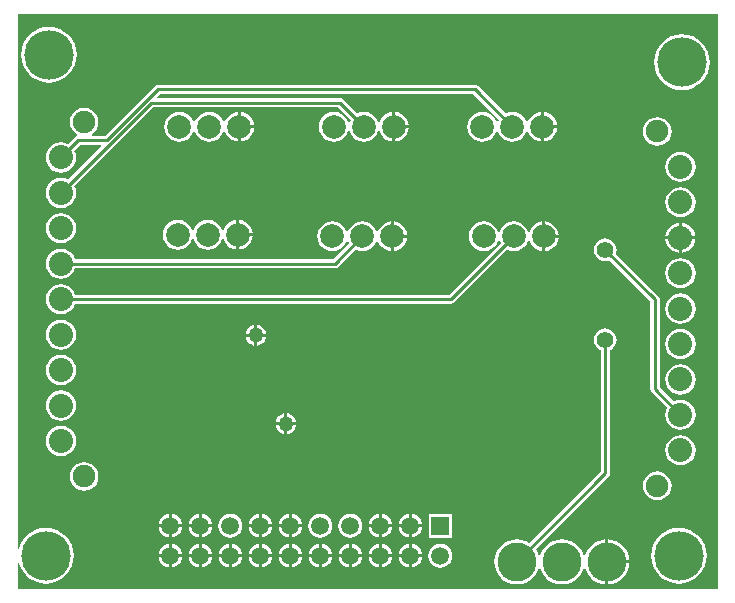
<source format=gbl>
G04*
G04 #@! TF.GenerationSoftware,Altium Limited,Altium Designer,19.1.5 (86)*
G04*
G04 Layer_Physical_Order=2*
G04 Layer_Color=16711680*
%FSLAX25Y25*%
%MOIN*%
G70*
G01*
G75*
%ADD10C,0.01000*%
%ADD37C,0.07874*%
%ADD38C,0.13000*%
%ADD39C,0.16500*%
%ADD40C,0.05906*%
%ADD41R,0.05906X0.05906*%
%ADD42C,0.05512*%
%ADD43C,0.07500*%
%ADD44C,0.08000*%
%ADD45C,0.05000*%
G36*
X234971Y1529D02*
X1529D01*
Y10133D01*
X2029Y10207D01*
X2413Y8943D01*
X3272Y7336D01*
X4428Y5928D01*
X5836Y4772D01*
X7443Y3913D01*
X9187Y3384D01*
X11000Y3205D01*
X12813Y3384D01*
X14557Y3913D01*
X16164Y4772D01*
X17572Y5928D01*
X18728Y7336D01*
X19587Y8943D01*
X20116Y10687D01*
X20295Y12500D01*
X20116Y14313D01*
X19587Y16057D01*
X18728Y17664D01*
X17572Y19072D01*
X16164Y20228D01*
X14557Y21087D01*
X12813Y21616D01*
X11000Y21795D01*
X9187Y21616D01*
X7443Y21087D01*
X5836Y20228D01*
X4428Y19072D01*
X3272Y17664D01*
X2413Y16057D01*
X2029Y14793D01*
X1529Y14867D01*
Y192971D01*
X234971D01*
Y1529D01*
D02*
G37*
%LPC*%
G36*
X12000Y188795D02*
X10187Y188616D01*
X8443Y188087D01*
X6836Y187228D01*
X5428Y186072D01*
X4272Y184664D01*
X3413Y183057D01*
X2884Y181313D01*
X2705Y179500D01*
X2884Y177687D01*
X3413Y175943D01*
X4272Y174336D01*
X5428Y172928D01*
X6836Y171772D01*
X8443Y170913D01*
X10187Y170384D01*
X12000Y170205D01*
X13813Y170384D01*
X15557Y170913D01*
X17164Y171772D01*
X18572Y172928D01*
X19728Y174336D01*
X20587Y175943D01*
X21116Y177687D01*
X21295Y179500D01*
X21116Y181313D01*
X20587Y183057D01*
X19728Y184664D01*
X18572Y186072D01*
X17164Y187228D01*
X15557Y188087D01*
X13813Y188616D01*
X12000Y188795D01*
D02*
G37*
G36*
X223000Y186295D02*
X221187Y186116D01*
X219443Y185587D01*
X217836Y184728D01*
X216428Y183572D01*
X215272Y182164D01*
X214413Y180557D01*
X213884Y178813D01*
X213705Y177000D01*
X213884Y175187D01*
X214413Y173443D01*
X215272Y171836D01*
X216428Y170428D01*
X217836Y169272D01*
X219443Y168413D01*
X221187Y167884D01*
X223000Y167705D01*
X224813Y167884D01*
X226557Y168413D01*
X228164Y169272D01*
X229572Y170428D01*
X230728Y171836D01*
X231587Y173443D01*
X232116Y175187D01*
X232295Y177000D01*
X232116Y178813D01*
X231587Y180557D01*
X230728Y182164D01*
X229572Y183572D01*
X228164Y184728D01*
X226557Y185587D01*
X224813Y186116D01*
X223000Y186295D01*
D02*
G37*
G36*
X154000Y169529D02*
X48304D01*
X47719Y169413D01*
X47223Y169081D01*
X30671Y152529D01*
X26443D01*
X26273Y153029D01*
X27104Y153667D01*
X27866Y154660D01*
X28344Y155815D01*
X28508Y157055D01*
X28344Y158295D01*
X27866Y159451D01*
X27104Y160443D01*
X26112Y161204D01*
X24957Y161683D01*
X23717Y161846D01*
X22477Y161683D01*
X21321Y161204D01*
X20329Y160443D01*
X19568Y159451D01*
X19089Y158295D01*
X18926Y157055D01*
X19089Y155815D01*
X19568Y154660D01*
X20329Y153667D01*
X21273Y152943D01*
X21279Y152745D01*
X21194Y152418D01*
X21171Y152413D01*
X20675Y152081D01*
X18297Y149704D01*
X17305Y150115D01*
X16000Y150287D01*
X14695Y150115D01*
X13478Y149611D01*
X12434Y148810D01*
X11632Y147766D01*
X11129Y146549D01*
X10957Y145244D01*
X11129Y143939D01*
X11632Y142722D01*
X12434Y141678D01*
X13478Y140876D01*
X14695Y140373D01*
X16000Y140201D01*
X17305Y140373D01*
X18522Y140876D01*
X19566Y141678D01*
X20368Y142722D01*
X20871Y143939D01*
X21043Y145244D01*
X20871Y146549D01*
X20460Y147541D01*
X22389Y149471D01*
X29221D01*
X29413Y149009D01*
X18297Y137893D01*
X17305Y138304D01*
X16000Y138476D01*
X14695Y138304D01*
X13478Y137801D01*
X12434Y136999D01*
X11632Y135955D01*
X11129Y134738D01*
X10957Y133433D01*
X11129Y132128D01*
X11632Y130911D01*
X12434Y129867D01*
X13478Y129066D01*
X14695Y128562D01*
X16000Y128390D01*
X17305Y128562D01*
X18522Y129066D01*
X19566Y129867D01*
X20368Y130911D01*
X20871Y132128D01*
X21043Y133433D01*
X20871Y134738D01*
X20460Y135730D01*
X46701Y161971D01*
X108367D01*
X112588Y157749D01*
X112271Y156983D01*
X111729D01*
X111312Y157990D01*
X110521Y159021D01*
X109490Y159812D01*
X108289Y160310D01*
X107000Y160480D01*
X105711Y160310D01*
X104510Y159812D01*
X103479Y159021D01*
X102688Y157990D01*
X102190Y156789D01*
X102020Y155500D01*
X102190Y154211D01*
X102688Y153010D01*
X103479Y151979D01*
X104510Y151188D01*
X105711Y150690D01*
X107000Y150520D01*
X108289Y150690D01*
X109490Y151188D01*
X110521Y151979D01*
X111312Y153010D01*
X111729Y154017D01*
X112271D01*
X112688Y153010D01*
X113479Y151979D01*
X114510Y151188D01*
X115711Y150690D01*
X117000Y150520D01*
X118289Y150690D01*
X119490Y151188D01*
X120521Y151979D01*
X121312Y153010D01*
X121729Y154017D01*
X122271D01*
X122687Y153010D01*
X123479Y151979D01*
X124510Y151188D01*
X125711Y150690D01*
X126500Y150586D01*
Y155500D01*
Y160414D01*
X125711Y160310D01*
X124510Y159812D01*
X123479Y159021D01*
X122687Y157990D01*
X122271Y156983D01*
X121729D01*
X121312Y157990D01*
X120521Y159021D01*
X119490Y159812D01*
X118289Y160310D01*
X117000Y160480D01*
X115711Y160310D01*
X114751Y159912D01*
X110081Y164581D01*
X109585Y164913D01*
X109000Y165029D01*
X48150D01*
X47958Y165491D01*
X48938Y166471D01*
X153366D01*
X162088Y157749D01*
X161771Y156983D01*
X161229D01*
X160812Y157990D01*
X160021Y159021D01*
X158990Y159812D01*
X157789Y160310D01*
X156500Y160480D01*
X155211Y160310D01*
X154010Y159812D01*
X152979Y159021D01*
X152188Y157990D01*
X151690Y156789D01*
X151520Y155500D01*
X151690Y154211D01*
X152188Y153010D01*
X152979Y151979D01*
X154010Y151188D01*
X155211Y150690D01*
X156500Y150520D01*
X157789Y150690D01*
X158990Y151188D01*
X160021Y151979D01*
X160812Y153010D01*
X161229Y154017D01*
X161771D01*
X162188Y153010D01*
X162979Y151979D01*
X164010Y151188D01*
X165211Y150690D01*
X166500Y150520D01*
X167789Y150690D01*
X168990Y151188D01*
X170021Y151979D01*
X170812Y153010D01*
X171229Y154017D01*
X171771D01*
X172187Y153010D01*
X172979Y151979D01*
X174010Y151188D01*
X175211Y150690D01*
X176000Y150586D01*
Y155500D01*
Y160414D01*
X175211Y160310D01*
X174010Y159812D01*
X172979Y159021D01*
X172187Y157990D01*
X171771Y156983D01*
X171229D01*
X170812Y157990D01*
X170021Y159021D01*
X168990Y159812D01*
X167789Y160310D01*
X166500Y160480D01*
X165211Y160310D01*
X164251Y159912D01*
X155081Y169081D01*
X154585Y169413D01*
X154000Y169529D01*
D02*
G37*
G36*
X65500Y160480D02*
X64211Y160310D01*
X63010Y159812D01*
X61979Y159021D01*
X61187Y157990D01*
X60771Y156983D01*
X60229D01*
X59812Y157990D01*
X59021Y159021D01*
X57990Y159812D01*
X56789Y160310D01*
X55500Y160480D01*
X54211Y160310D01*
X53010Y159812D01*
X51979Y159021D01*
X51187Y157990D01*
X50690Y156789D01*
X50520Y155500D01*
X50690Y154211D01*
X51187Y153010D01*
X51979Y151979D01*
X53010Y151188D01*
X54211Y150690D01*
X55500Y150520D01*
X56789Y150690D01*
X57990Y151188D01*
X59021Y151979D01*
X59812Y153010D01*
X60229Y154017D01*
X60771D01*
X61187Y153010D01*
X61979Y151979D01*
X63010Y151188D01*
X64211Y150690D01*
X65500Y150520D01*
X66789Y150690D01*
X67990Y151188D01*
X69021Y151979D01*
X69813Y153010D01*
X70229Y154017D01*
X70771D01*
X71188Y153010D01*
X71979Y151979D01*
X73010Y151188D01*
X74211Y150690D01*
X75000Y150586D01*
Y155500D01*
Y160414D01*
X74211Y160310D01*
X73010Y159812D01*
X71979Y159021D01*
X71188Y157990D01*
X70771Y156983D01*
X70229D01*
X69813Y157990D01*
X69021Y159021D01*
X67990Y159812D01*
X66789Y160310D01*
X65500Y160480D01*
D02*
G37*
G36*
X177000Y160414D02*
Y156000D01*
X181414D01*
X181310Y156789D01*
X180813Y157990D01*
X180021Y159021D01*
X178990Y159812D01*
X177789Y160310D01*
X177000Y160414D01*
D02*
G37*
G36*
X127500D02*
Y156000D01*
X131914D01*
X131810Y156789D01*
X131313Y157990D01*
X130521Y159021D01*
X129490Y159812D01*
X128289Y160310D01*
X127500Y160414D01*
D02*
G37*
G36*
X76000D02*
Y156000D01*
X80414D01*
X80310Y156789D01*
X79813Y157990D01*
X79021Y159021D01*
X77990Y159812D01*
X76789Y160310D01*
X76000Y160414D01*
D02*
G37*
G36*
X181414Y155000D02*
X177000D01*
Y150586D01*
X177789Y150690D01*
X178990Y151188D01*
X180021Y151979D01*
X180813Y153010D01*
X181310Y154211D01*
X181414Y155000D01*
D02*
G37*
G36*
X131914D02*
X127500D01*
Y150586D01*
X128289Y150690D01*
X129490Y151188D01*
X130521Y151979D01*
X131313Y153010D01*
X131810Y154211D01*
X131914Y155000D01*
D02*
G37*
G36*
X80414D02*
X76000D01*
Y150586D01*
X76789Y150690D01*
X77990Y151188D01*
X79021Y151979D01*
X79813Y153010D01*
X80310Y154211D01*
X80414Y155000D01*
D02*
G37*
G36*
X214783Y158724D02*
X213543Y158561D01*
X212388Y158082D01*
X211396Y157321D01*
X210634Y156328D01*
X210156Y155173D01*
X209992Y153933D01*
X210156Y152693D01*
X210634Y151538D01*
X211396Y150545D01*
X212388Y149784D01*
X213543Y149305D01*
X214783Y149142D01*
X216023Y149305D01*
X217179Y149784D01*
X218171Y150545D01*
X218933Y151538D01*
X219411Y152693D01*
X219574Y153933D01*
X219411Y155173D01*
X218933Y156328D01*
X218171Y157321D01*
X217179Y158082D01*
X216023Y158561D01*
X214783Y158724D01*
D02*
G37*
G36*
X222500Y147165D02*
X221195Y146993D01*
X219978Y146490D01*
X218934Y145688D01*
X218132Y144644D01*
X217629Y143427D01*
X217457Y142122D01*
X217629Y140817D01*
X218132Y139600D01*
X218934Y138556D01*
X219978Y137754D01*
X221195Y137251D01*
X222500Y137079D01*
X223805Y137251D01*
X225022Y137754D01*
X226066Y138556D01*
X226868Y139600D01*
X227371Y140817D01*
X227543Y142122D01*
X227371Y143427D01*
X226868Y144644D01*
X226066Y145688D01*
X225022Y146490D01*
X223805Y146993D01*
X222500Y147165D01*
D02*
G37*
G36*
Y135354D02*
X221195Y135182D01*
X219978Y134678D01*
X218934Y133877D01*
X218132Y132833D01*
X217629Y131616D01*
X217457Y130311D01*
X217629Y129006D01*
X218132Y127789D01*
X218934Y126745D01*
X219978Y125944D01*
X221195Y125440D01*
X222500Y125268D01*
X223805Y125440D01*
X225022Y125944D01*
X226066Y126745D01*
X226868Y127789D01*
X227371Y129006D01*
X227543Y130311D01*
X227371Y131616D01*
X226868Y132833D01*
X226066Y133877D01*
X225022Y134678D01*
X223805Y135182D01*
X222500Y135354D01*
D02*
G37*
G36*
X65000Y124480D02*
X63711Y124310D01*
X62510Y123812D01*
X61479Y123021D01*
X60688Y121990D01*
X60271Y120983D01*
X59729D01*
X59312Y121990D01*
X58521Y123021D01*
X57490Y123812D01*
X56289Y124310D01*
X55000Y124480D01*
X53711Y124310D01*
X52510Y123812D01*
X51479Y123021D01*
X50687Y121990D01*
X50190Y120789D01*
X50020Y119500D01*
X50190Y118211D01*
X50687Y117010D01*
X51479Y115979D01*
X52510Y115188D01*
X53711Y114690D01*
X55000Y114520D01*
X56289Y114690D01*
X57490Y115188D01*
X58521Y115979D01*
X59312Y117010D01*
X59729Y118017D01*
X60271D01*
X60688Y117010D01*
X61479Y115979D01*
X62510Y115188D01*
X63711Y114690D01*
X65000Y114520D01*
X66289Y114690D01*
X67490Y115188D01*
X68521Y115979D01*
X69313Y117010D01*
X69729Y118017D01*
X70271D01*
X70688Y117010D01*
X71479Y115979D01*
X72510Y115188D01*
X73711Y114690D01*
X74500Y114586D01*
Y119500D01*
Y124414D01*
X73711Y124310D01*
X72510Y123812D01*
X71479Y123021D01*
X70688Y121990D01*
X70271Y120983D01*
X69729D01*
X69313Y121990D01*
X68521Y123021D01*
X67490Y123812D01*
X66289Y124310D01*
X65000Y124480D01*
D02*
G37*
G36*
X116500Y123980D02*
X115211Y123810D01*
X114010Y123312D01*
X112979Y122521D01*
X112188Y121490D01*
X111771Y120483D01*
X111229D01*
X110812Y121490D01*
X110021Y122521D01*
X108990Y123312D01*
X107789Y123810D01*
X106500Y123980D01*
X105211Y123810D01*
X104010Y123312D01*
X102979Y122521D01*
X102188Y121490D01*
X101690Y120289D01*
X101520Y119000D01*
X101690Y117711D01*
X102188Y116510D01*
X102979Y115479D01*
X104010Y114688D01*
X105211Y114190D01*
X106500Y114020D01*
X107789Y114190D01*
X108990Y114688D01*
X110021Y115479D01*
X110812Y116510D01*
X111229Y117517D01*
X111771D01*
X112088Y116751D01*
X106677Y111340D01*
X20778D01*
X20368Y112333D01*
X19566Y113377D01*
X18522Y114179D01*
X17305Y114682D01*
X16000Y114854D01*
X14695Y114682D01*
X13478Y114179D01*
X12434Y113377D01*
X11632Y112333D01*
X11129Y111116D01*
X10957Y109811D01*
X11129Y108506D01*
X11632Y107289D01*
X12434Y106245D01*
X13478Y105444D01*
X14695Y104940D01*
X16000Y104768D01*
X17305Y104940D01*
X18522Y105444D01*
X19566Y106245D01*
X20368Y107289D01*
X20778Y108282D01*
X107311D01*
X107896Y108398D01*
X108392Y108730D01*
X114251Y114588D01*
X115211Y114190D01*
X116500Y114020D01*
X117789Y114190D01*
X118990Y114688D01*
X120021Y115479D01*
X120812Y116510D01*
X121229Y117517D01*
X121771D01*
X122187Y116510D01*
X122979Y115479D01*
X124010Y114688D01*
X125211Y114190D01*
X126000Y114086D01*
Y119000D01*
Y123914D01*
X125211Y123810D01*
X124010Y123312D01*
X122979Y122521D01*
X122187Y121490D01*
X121771Y120483D01*
X121229D01*
X120812Y121490D01*
X120021Y122521D01*
X118990Y123312D01*
X117789Y123810D01*
X116500Y123980D01*
D02*
G37*
G36*
X167000D02*
X165711Y123810D01*
X164510Y123312D01*
X163479Y122521D01*
X162688Y121490D01*
X162271Y120483D01*
X161729D01*
X161312Y121490D01*
X160521Y122521D01*
X159490Y123312D01*
X158289Y123810D01*
X157000Y123980D01*
X155711Y123810D01*
X154510Y123312D01*
X153479Y122521D01*
X152688Y121490D01*
X152190Y120289D01*
X152020Y119000D01*
X152190Y117711D01*
X152688Y116510D01*
X153479Y115479D01*
X154510Y114688D01*
X155711Y114190D01*
X157000Y114020D01*
X158289Y114190D01*
X159490Y114688D01*
X160521Y115479D01*
X161312Y116510D01*
X161729Y117517D01*
X162271D01*
X162588Y116751D01*
X145367Y99529D01*
X20778D01*
X20368Y100522D01*
X19566Y101566D01*
X18522Y102367D01*
X17305Y102871D01*
X16000Y103043D01*
X14695Y102871D01*
X13478Y102367D01*
X12434Y101566D01*
X11632Y100522D01*
X11129Y99305D01*
X10957Y98000D01*
X11129Y96695D01*
X11632Y95478D01*
X12434Y94434D01*
X13478Y93633D01*
X14695Y93129D01*
X16000Y92957D01*
X17305Y93129D01*
X18522Y93633D01*
X19566Y94434D01*
X20368Y95478D01*
X20778Y96471D01*
X146000D01*
X146585Y96587D01*
X147081Y96919D01*
X164751Y114588D01*
X165711Y114190D01*
X167000Y114020D01*
X168289Y114190D01*
X169490Y114688D01*
X170521Y115479D01*
X171312Y116510D01*
X171729Y117517D01*
X172271D01*
X172687Y116510D01*
X173479Y115479D01*
X174510Y114688D01*
X175711Y114190D01*
X176500Y114086D01*
Y119000D01*
Y123914D01*
X175711Y123810D01*
X174510Y123312D01*
X173479Y122521D01*
X172687Y121490D01*
X172271Y120483D01*
X171729D01*
X171312Y121490D01*
X170521Y122521D01*
X169490Y123312D01*
X168289Y123810D01*
X167000Y123980D01*
D02*
G37*
G36*
X75500Y124414D02*
Y120000D01*
X79914D01*
X79810Y120789D01*
X79312Y121990D01*
X78521Y123021D01*
X77490Y123812D01*
X76289Y124310D01*
X75500Y124414D01*
D02*
G37*
G36*
X177500Y123914D02*
Y119500D01*
X181914D01*
X181810Y120289D01*
X181313Y121490D01*
X180521Y122521D01*
X179490Y123312D01*
X178289Y123810D01*
X177500Y123914D01*
D02*
G37*
G36*
X127000D02*
Y119500D01*
X131414D01*
X131310Y120289D01*
X130813Y121490D01*
X130021Y122521D01*
X128990Y123312D01*
X127789Y123810D01*
X127000Y123914D01*
D02*
G37*
G36*
X223000Y123477D02*
Y119000D01*
X227477D01*
X227371Y119805D01*
X226868Y121022D01*
X226066Y122066D01*
X225022Y122868D01*
X223805Y123371D01*
X223000Y123477D01*
D02*
G37*
G36*
X222000D02*
X221195Y123371D01*
X219978Y122868D01*
X218934Y122066D01*
X218132Y121022D01*
X217629Y119805D01*
X217523Y119000D01*
X222000D01*
Y123477D01*
D02*
G37*
G36*
X16000Y126665D02*
X14695Y126493D01*
X13478Y125989D01*
X12434Y125188D01*
X11632Y124144D01*
X11129Y122927D01*
X10957Y121622D01*
X11129Y120317D01*
X11632Y119100D01*
X12434Y118056D01*
X13478Y117254D01*
X14695Y116751D01*
X16000Y116579D01*
X17305Y116751D01*
X18522Y117254D01*
X19566Y118056D01*
X20368Y119100D01*
X20871Y120317D01*
X21043Y121622D01*
X20871Y122927D01*
X20368Y124144D01*
X19566Y125188D01*
X18522Y125989D01*
X17305Y126493D01*
X16000Y126665D01*
D02*
G37*
G36*
X79914Y119000D02*
X75500D01*
Y114586D01*
X76289Y114690D01*
X77490Y115188D01*
X78521Y115979D01*
X79312Y117010D01*
X79810Y118211D01*
X79914Y119000D01*
D02*
G37*
G36*
X181914Y118500D02*
X177500D01*
Y114086D01*
X178289Y114190D01*
X179490Y114688D01*
X180521Y115479D01*
X181313Y116510D01*
X181810Y117711D01*
X181914Y118500D01*
D02*
G37*
G36*
X131414D02*
X127000D01*
Y114086D01*
X127789Y114190D01*
X128990Y114688D01*
X130021Y115479D01*
X130813Y116510D01*
X131310Y117711D01*
X131414Y118500D01*
D02*
G37*
G36*
X227477Y118000D02*
X223000D01*
Y113523D01*
X223805Y113629D01*
X225022Y114132D01*
X226066Y114934D01*
X226868Y115978D01*
X227371Y117195D01*
X227477Y118000D01*
D02*
G37*
G36*
X222000D02*
X217523D01*
X217629Y117195D01*
X218132Y115978D01*
X218934Y114934D01*
X219978Y114132D01*
X221195Y113629D01*
X222000Y113523D01*
Y118000D01*
D02*
G37*
G36*
X222500Y111732D02*
X221195Y111560D01*
X219978Y111056D01*
X218934Y110255D01*
X218132Y109211D01*
X217629Y107994D01*
X217457Y106689D01*
X217629Y105384D01*
X218132Y104167D01*
X218934Y103123D01*
X219978Y102322D01*
X221195Y101818D01*
X222500Y101646D01*
X223805Y101818D01*
X225022Y102322D01*
X226066Y103123D01*
X226868Y104167D01*
X227371Y105384D01*
X227543Y106689D01*
X227371Y107994D01*
X226868Y109211D01*
X226066Y110255D01*
X225022Y111056D01*
X223805Y111560D01*
X222500Y111732D01*
D02*
G37*
G36*
Y99921D02*
X221195Y99749D01*
X219978Y99246D01*
X218934Y98444D01*
X218132Y97400D01*
X217629Y96183D01*
X217457Y94878D01*
X217629Y93573D01*
X218132Y92356D01*
X218934Y91312D01*
X219978Y90510D01*
X221195Y90007D01*
X222500Y89835D01*
X223805Y90007D01*
X225022Y90510D01*
X226066Y91312D01*
X226868Y92356D01*
X227371Y93573D01*
X227543Y94878D01*
X227371Y96183D01*
X226868Y97400D01*
X226066Y98444D01*
X225022Y99246D01*
X223805Y99749D01*
X222500Y99921D01*
D02*
G37*
G36*
X81500Y89464D02*
Y86500D01*
X84464D01*
X84410Y86914D01*
X84057Y87765D01*
X83496Y88496D01*
X82765Y89057D01*
X81914Y89410D01*
X81500Y89464D01*
D02*
G37*
G36*
X80500D02*
X80086Y89410D01*
X79235Y89057D01*
X78504Y88496D01*
X77943Y87765D01*
X77590Y86914D01*
X77536Y86500D01*
X80500D01*
Y89464D01*
D02*
G37*
G36*
X84464Y85500D02*
X81500D01*
Y82536D01*
X81914Y82590D01*
X82765Y82943D01*
X83496Y83504D01*
X84057Y84235D01*
X84410Y85086D01*
X84464Y85500D01*
D02*
G37*
G36*
X80500D02*
X77536D01*
X77590Y85086D01*
X77943Y84235D01*
X78504Y83504D01*
X79235Y82943D01*
X80086Y82590D01*
X80500Y82536D01*
Y85500D01*
D02*
G37*
G36*
X16000Y91232D02*
X14695Y91060D01*
X13478Y90557D01*
X12434Y89755D01*
X11632Y88711D01*
X11129Y87494D01*
X10957Y86189D01*
X11129Y84884D01*
X11632Y83667D01*
X12434Y82623D01*
X13478Y81822D01*
X14695Y81318D01*
X16000Y81146D01*
X17305Y81318D01*
X18522Y81822D01*
X19566Y82623D01*
X20368Y83667D01*
X20871Y84884D01*
X21043Y86189D01*
X20871Y87494D01*
X20368Y88711D01*
X19566Y89755D01*
X18522Y90557D01*
X17305Y91060D01*
X16000Y91232D01*
D02*
G37*
G36*
X222500Y88110D02*
X221195Y87938D01*
X219978Y87435D01*
X218934Y86633D01*
X218132Y85589D01*
X217629Y84372D01*
X217457Y83067D01*
X217629Y81762D01*
X218132Y80545D01*
X218934Y79501D01*
X219978Y78699D01*
X221195Y78196D01*
X222500Y78024D01*
X223805Y78196D01*
X225022Y78699D01*
X226066Y79501D01*
X226868Y80545D01*
X227371Y81762D01*
X227543Y83067D01*
X227371Y84372D01*
X226868Y85589D01*
X226066Y86633D01*
X225022Y87435D01*
X223805Y87938D01*
X222500Y88110D01*
D02*
G37*
G36*
X16000Y79421D02*
X14695Y79249D01*
X13478Y78746D01*
X12434Y77944D01*
X11632Y76900D01*
X11129Y75683D01*
X10957Y74378D01*
X11129Y73073D01*
X11632Y71856D01*
X12434Y70812D01*
X13478Y70011D01*
X14695Y69507D01*
X16000Y69335D01*
X17305Y69507D01*
X18522Y70011D01*
X19566Y70812D01*
X20368Y71856D01*
X20871Y73073D01*
X21043Y74378D01*
X20871Y75683D01*
X20368Y76900D01*
X19566Y77944D01*
X18522Y78746D01*
X17305Y79249D01*
X16000Y79421D01*
D02*
G37*
G36*
X222500Y76299D02*
X221195Y76127D01*
X219978Y75624D01*
X218934Y74822D01*
X218132Y73778D01*
X217629Y72561D01*
X217457Y71256D01*
X217629Y69951D01*
X218132Y68734D01*
X218934Y67690D01*
X219978Y66888D01*
X221195Y66385D01*
X222500Y66213D01*
X223805Y66385D01*
X225022Y66888D01*
X226066Y67690D01*
X226868Y68734D01*
X227371Y69951D01*
X227543Y71256D01*
X227371Y72561D01*
X226868Y73778D01*
X226066Y74822D01*
X225022Y75624D01*
X223805Y76127D01*
X222500Y76299D01*
D02*
G37*
G36*
X16000Y67610D02*
X14695Y67438D01*
X13478Y66935D01*
X12434Y66133D01*
X11632Y65089D01*
X11129Y63872D01*
X10957Y62567D01*
X11129Y61262D01*
X11632Y60045D01*
X12434Y59001D01*
X13478Y58200D01*
X14695Y57696D01*
X16000Y57524D01*
X17305Y57696D01*
X18522Y58200D01*
X19566Y59001D01*
X20368Y60045D01*
X20871Y61262D01*
X21043Y62567D01*
X20871Y63872D01*
X20368Y65089D01*
X19566Y66133D01*
X18522Y66935D01*
X17305Y67438D01*
X16000Y67610D01*
D02*
G37*
G36*
X91500Y59964D02*
Y57000D01*
X94464D01*
X94410Y57414D01*
X94057Y58265D01*
X93496Y58996D01*
X92765Y59557D01*
X91914Y59910D01*
X91500Y59964D01*
D02*
G37*
G36*
X90500D02*
X90086Y59910D01*
X89235Y59557D01*
X88504Y58996D01*
X87943Y58265D01*
X87590Y57414D01*
X87536Y57000D01*
X90500D01*
Y59964D01*
D02*
G37*
G36*
X197500Y118288D02*
X196519Y118159D01*
X195606Y117781D01*
X194821Y117179D01*
X194219Y116394D01*
X193841Y115480D01*
X193712Y114500D01*
X193841Y113520D01*
X194219Y112606D01*
X194821Y111821D01*
X195606Y111219D01*
X196519Y110841D01*
X197500Y110712D01*
X198480Y110841D01*
X198845Y110992D01*
X212471Y97366D01*
Y68000D01*
X212587Y67415D01*
X212919Y66919D01*
X218056Y61781D01*
X217629Y60750D01*
X217457Y59445D01*
X217629Y58139D01*
X218132Y56923D01*
X218934Y55879D01*
X219978Y55077D01*
X221195Y54574D01*
X222500Y54402D01*
X223805Y54574D01*
X225022Y55077D01*
X226066Y55879D01*
X226868Y56923D01*
X227371Y58139D01*
X227543Y59445D01*
X227371Y60750D01*
X226868Y61966D01*
X226066Y63011D01*
X225022Y63812D01*
X223805Y64316D01*
X222500Y64488D01*
X221195Y64316D01*
X220242Y63921D01*
X215529Y68634D01*
Y98000D01*
X215413Y98585D01*
X215081Y99081D01*
X201008Y113155D01*
X201159Y113520D01*
X201288Y114500D01*
X201159Y115480D01*
X200781Y116394D01*
X200179Y117179D01*
X199394Y117781D01*
X198480Y118159D01*
X197500Y118288D01*
D02*
G37*
G36*
X94464Y56000D02*
X91500D01*
Y53036D01*
X91914Y53090D01*
X92765Y53443D01*
X93496Y54004D01*
X94057Y54735D01*
X94410Y55586D01*
X94464Y56000D01*
D02*
G37*
G36*
X90500D02*
X87536D01*
X87590Y55586D01*
X87943Y54735D01*
X88504Y54004D01*
X89235Y53443D01*
X90086Y53090D01*
X90500Y53036D01*
Y56000D01*
D02*
G37*
G36*
X16000Y55799D02*
X14695Y55627D01*
X13478Y55124D01*
X12434Y54322D01*
X11632Y53278D01*
X11129Y52061D01*
X10957Y50756D01*
X11129Y49451D01*
X11632Y48234D01*
X12434Y47190D01*
X13478Y46389D01*
X14695Y45885D01*
X16000Y45713D01*
X17305Y45885D01*
X18522Y46389D01*
X19566Y47190D01*
X20368Y48234D01*
X20871Y49451D01*
X21043Y50756D01*
X20871Y52061D01*
X20368Y53278D01*
X19566Y54322D01*
X18522Y55124D01*
X17305Y55627D01*
X16000Y55799D01*
D02*
G37*
G36*
X222500Y52677D02*
X221195Y52505D01*
X219978Y52001D01*
X218934Y51200D01*
X218132Y50155D01*
X217629Y48939D01*
X217457Y47634D01*
X217629Y46328D01*
X218132Y45112D01*
X218934Y44068D01*
X219978Y43266D01*
X221195Y42763D01*
X222500Y42591D01*
X223805Y42763D01*
X225022Y43266D01*
X226066Y44068D01*
X226868Y45112D01*
X227371Y46328D01*
X227543Y47634D01*
X227371Y48939D01*
X226868Y50155D01*
X226066Y51200D01*
X225022Y52001D01*
X223805Y52505D01*
X222500Y52677D01*
D02*
G37*
G36*
X23717Y43736D02*
X22477Y43573D01*
X21321Y43094D01*
X20329Y42333D01*
X19568Y41340D01*
X19089Y40185D01*
X18926Y38945D01*
X19089Y37705D01*
X19568Y36549D01*
X20329Y35557D01*
X21321Y34796D01*
X22477Y34317D01*
X23717Y34154D01*
X24957Y34317D01*
X26112Y34796D01*
X27104Y35557D01*
X27866Y36549D01*
X28344Y37705D01*
X28508Y38945D01*
X28344Y40185D01*
X27866Y41340D01*
X27104Y42333D01*
X26112Y43094D01*
X24957Y43573D01*
X23717Y43736D01*
D02*
G37*
G36*
X214783Y40614D02*
X213543Y40451D01*
X212388Y39972D01*
X211396Y39211D01*
X210634Y38218D01*
X210156Y37063D01*
X209992Y35823D01*
X210156Y34583D01*
X210634Y33427D01*
X211396Y32435D01*
X212388Y31674D01*
X213543Y31195D01*
X214783Y31032D01*
X216023Y31195D01*
X217179Y31674D01*
X218171Y32435D01*
X218933Y33427D01*
X219411Y34583D01*
X219574Y35823D01*
X219411Y37063D01*
X218933Y38218D01*
X218171Y39211D01*
X217179Y39972D01*
X216023Y40451D01*
X214783Y40614D01*
D02*
G37*
G36*
X83000Y26421D02*
Y23000D01*
X86421D01*
X86351Y23532D01*
X85953Y24493D01*
X85319Y25319D01*
X84493Y25953D01*
X83532Y26351D01*
X83000Y26421D01*
D02*
G37*
G36*
X63000D02*
Y23000D01*
X66421D01*
X66351Y23532D01*
X65953Y24493D01*
X65319Y25319D01*
X64493Y25953D01*
X63532Y26351D01*
X63000Y26421D01*
D02*
G37*
G36*
X133000D02*
Y23000D01*
X136421D01*
X136351Y23532D01*
X135953Y24493D01*
X135319Y25319D01*
X134493Y25953D01*
X133532Y26351D01*
X133000Y26421D01*
D02*
G37*
G36*
X123000D02*
Y23000D01*
X126421D01*
X126351Y23532D01*
X125953Y24493D01*
X125319Y25319D01*
X124493Y25953D01*
X123532Y26351D01*
X123000Y26421D01*
D02*
G37*
G36*
X93000D02*
Y23000D01*
X96421D01*
X96351Y23532D01*
X95953Y24493D01*
X95319Y25319D01*
X94493Y25953D01*
X93532Y26351D01*
X93000Y26421D01*
D02*
G37*
G36*
X53000D02*
Y23000D01*
X56421D01*
X56351Y23532D01*
X55953Y24493D01*
X55319Y25319D01*
X54493Y25953D01*
X53532Y26351D01*
X53000Y26421D01*
D02*
G37*
G36*
X82000D02*
X81468Y26351D01*
X80507Y25953D01*
X79681Y25319D01*
X79047Y24493D01*
X78649Y23532D01*
X78579Y23000D01*
X82000D01*
Y26421D01*
D02*
G37*
G36*
X62000D02*
X61468Y26351D01*
X60507Y25953D01*
X59681Y25319D01*
X59047Y24493D01*
X58649Y23532D01*
X58579Y23000D01*
X62000D01*
Y26421D01*
D02*
G37*
G36*
X132000D02*
X131468Y26351D01*
X130507Y25953D01*
X129681Y25319D01*
X129047Y24493D01*
X128649Y23532D01*
X128579Y23000D01*
X132000D01*
Y26421D01*
D02*
G37*
G36*
X122000D02*
X121468Y26351D01*
X120507Y25953D01*
X119681Y25319D01*
X119047Y24493D01*
X118649Y23532D01*
X118579Y23000D01*
X122000D01*
Y26421D01*
D02*
G37*
G36*
X92000D02*
X91468Y26351D01*
X90507Y25953D01*
X89681Y25319D01*
X89047Y24493D01*
X88649Y23532D01*
X88579Y23000D01*
X92000D01*
Y26421D01*
D02*
G37*
G36*
X52000D02*
X51468Y26351D01*
X50507Y25953D01*
X49681Y25319D01*
X49047Y24493D01*
X48649Y23532D01*
X48579Y23000D01*
X52000D01*
Y26421D01*
D02*
G37*
G36*
X66421Y22000D02*
X63000D01*
Y18579D01*
X63532Y18649D01*
X64493Y19047D01*
X65319Y19681D01*
X65953Y20507D01*
X66351Y21468D01*
X66421Y22000D01*
D02*
G37*
G36*
X56421D02*
X53000D01*
Y18579D01*
X53532Y18649D01*
X54493Y19047D01*
X55319Y19681D01*
X55953Y20507D01*
X56351Y21468D01*
X56421Y22000D01*
D02*
G37*
G36*
X136421D02*
X133000D01*
Y18579D01*
X133532Y18649D01*
X134493Y19047D01*
X135319Y19681D01*
X135953Y20507D01*
X136351Y21468D01*
X136421Y22000D01*
D02*
G37*
G36*
X126421D02*
X123000D01*
Y18579D01*
X123532Y18649D01*
X124493Y19047D01*
X125319Y19681D01*
X125953Y20507D01*
X126351Y21468D01*
X126421Y22000D01*
D02*
G37*
G36*
X96421D02*
X93000D01*
Y18579D01*
X93532Y18649D01*
X94493Y19047D01*
X95319Y19681D01*
X95953Y20507D01*
X96351Y21468D01*
X96421Y22000D01*
D02*
G37*
G36*
X86421D02*
X83000D01*
Y18579D01*
X83532Y18649D01*
X84493Y19047D01*
X85319Y19681D01*
X85953Y20507D01*
X86351Y21468D01*
X86421Y22000D01*
D02*
G37*
G36*
X62000D02*
X58579D01*
X58649Y21468D01*
X59047Y20507D01*
X59681Y19681D01*
X60507Y19047D01*
X61468Y18649D01*
X62000Y18579D01*
Y22000D01*
D02*
G37*
G36*
X52000D02*
X48579D01*
X48649Y21468D01*
X49047Y20507D01*
X49681Y19681D01*
X50507Y19047D01*
X51468Y18649D01*
X52000Y18579D01*
Y22000D01*
D02*
G37*
G36*
X132000D02*
X128579D01*
X128649Y21468D01*
X129047Y20507D01*
X129681Y19681D01*
X130507Y19047D01*
X131468Y18649D01*
X132000Y18579D01*
Y22000D01*
D02*
G37*
G36*
X122000D02*
X118579D01*
X118649Y21468D01*
X119047Y20507D01*
X119681Y19681D01*
X120507Y19047D01*
X121468Y18649D01*
X122000Y18579D01*
Y22000D01*
D02*
G37*
G36*
X92000D02*
X88579D01*
X88649Y21468D01*
X89047Y20507D01*
X89681Y19681D01*
X90507Y19047D01*
X91468Y18649D01*
X92000Y18579D01*
Y22000D01*
D02*
G37*
G36*
X82000D02*
X78579D01*
X78649Y21468D01*
X79047Y20507D01*
X79681Y19681D01*
X80507Y19047D01*
X81468Y18649D01*
X82000Y18579D01*
Y22000D01*
D02*
G37*
G36*
X146453Y26453D02*
X138547D01*
Y18547D01*
X146453D01*
Y26453D01*
D02*
G37*
G36*
X112500Y26487D02*
X111468Y26351D01*
X110507Y25953D01*
X109681Y25319D01*
X109047Y24493D01*
X108649Y23532D01*
X108513Y22500D01*
X108649Y21468D01*
X109047Y20507D01*
X109681Y19681D01*
X110507Y19047D01*
X111468Y18649D01*
X112500Y18513D01*
X113532Y18649D01*
X114493Y19047D01*
X115319Y19681D01*
X115953Y20507D01*
X116351Y21468D01*
X116487Y22500D01*
X116351Y23532D01*
X115953Y24493D01*
X115319Y25319D01*
X114493Y25953D01*
X113532Y26351D01*
X112500Y26487D01*
D02*
G37*
G36*
X102500D02*
X101468Y26351D01*
X100507Y25953D01*
X99681Y25319D01*
X99047Y24493D01*
X98649Y23532D01*
X98513Y22500D01*
X98649Y21468D01*
X99047Y20507D01*
X99681Y19681D01*
X100507Y19047D01*
X101468Y18649D01*
X102500Y18513D01*
X103532Y18649D01*
X104493Y19047D01*
X105319Y19681D01*
X105953Y20507D01*
X106351Y21468D01*
X106487Y22500D01*
X106351Y23532D01*
X105953Y24493D01*
X105319Y25319D01*
X104493Y25953D01*
X103532Y26351D01*
X102500Y26487D01*
D02*
G37*
G36*
X72500D02*
X71468Y26351D01*
X70507Y25953D01*
X69681Y25319D01*
X69047Y24493D01*
X68649Y23532D01*
X68513Y22500D01*
X68649Y21468D01*
X69047Y20507D01*
X69681Y19681D01*
X70507Y19047D01*
X71468Y18649D01*
X72500Y18513D01*
X73532Y18649D01*
X74493Y19047D01*
X75319Y19681D01*
X75953Y20507D01*
X76351Y21468D01*
X76487Y22500D01*
X76351Y23532D01*
X75953Y24493D01*
X75319Y25319D01*
X74493Y25953D01*
X73532Y26351D01*
X72500Y26487D01*
D02*
G37*
G36*
X197500Y88288D02*
X196519Y88159D01*
X195606Y87781D01*
X194821Y87179D01*
X194219Y86394D01*
X193841Y85480D01*
X193712Y84500D01*
X193841Y83520D01*
X194219Y82606D01*
X194821Y81821D01*
X195606Y81219D01*
X195971Y81068D01*
Y40633D01*
X172132Y16795D01*
X170884Y17463D01*
X169470Y17891D01*
X168000Y18036D01*
X166530Y17891D01*
X165116Y17463D01*
X163813Y16766D01*
X162671Y15829D01*
X161734Y14687D01*
X161037Y13384D01*
X160608Y11970D01*
X160464Y10500D01*
X160608Y9030D01*
X161037Y7616D01*
X161734Y6313D01*
X162671Y5171D01*
X163813Y4234D01*
X165116Y3537D01*
X166530Y3108D01*
X168000Y2964D01*
X169470Y3108D01*
X170884Y3537D01*
X172187Y4234D01*
X173329Y5171D01*
X174266Y6313D01*
X174963Y7616D01*
X175239Y8526D01*
X175761D01*
X176037Y7616D01*
X176734Y6313D01*
X177671Y5171D01*
X178813Y4234D01*
X180116Y3537D01*
X181530Y3108D01*
X183000Y2964D01*
X184470Y3108D01*
X185884Y3537D01*
X187187Y4234D01*
X188329Y5171D01*
X189266Y6313D01*
X189963Y7616D01*
X190239Y8526D01*
X190761D01*
X191037Y7616D01*
X191734Y6313D01*
X192671Y5171D01*
X193813Y4234D01*
X195116Y3537D01*
X196530Y3108D01*
X197500Y3013D01*
Y10500D01*
Y17987D01*
X196530Y17891D01*
X195116Y17463D01*
X193813Y16766D01*
X192671Y15829D01*
X191734Y14687D01*
X191037Y13384D01*
X190761Y12474D01*
X190239D01*
X189963Y13384D01*
X189266Y14687D01*
X188329Y15829D01*
X187187Y16766D01*
X185884Y17463D01*
X184470Y17891D01*
X183000Y18036D01*
X181530Y17891D01*
X180116Y17463D01*
X178813Y16766D01*
X177671Y15829D01*
X176734Y14687D01*
X176037Y13384D01*
X175761Y12474D01*
X175239D01*
X174963Y13384D01*
X174295Y14633D01*
X198581Y38919D01*
X198913Y39415D01*
X199029Y40000D01*
Y81068D01*
X199394Y81219D01*
X200179Y81821D01*
X200781Y82606D01*
X201159Y83520D01*
X201288Y84500D01*
X201159Y85480D01*
X200781Y86394D01*
X200179Y87179D01*
X199394Y87781D01*
X198480Y88159D01*
X197500Y88288D01*
D02*
G37*
G36*
X83000Y16421D02*
Y13000D01*
X86421D01*
X86351Y13532D01*
X85953Y14493D01*
X85319Y15319D01*
X84493Y15953D01*
X83532Y16351D01*
X83000Y16421D01*
D02*
G37*
G36*
X63000D02*
Y13000D01*
X66421D01*
X66351Y13532D01*
X65953Y14493D01*
X65319Y15319D01*
X64493Y15953D01*
X63532Y16351D01*
X63000Y16421D01*
D02*
G37*
G36*
X133000D02*
Y13000D01*
X136421D01*
X136351Y13532D01*
X135953Y14493D01*
X135319Y15319D01*
X134493Y15953D01*
X133532Y16351D01*
X133000Y16421D01*
D02*
G37*
G36*
X123000D02*
Y13000D01*
X126421D01*
X126351Y13532D01*
X125953Y14493D01*
X125319Y15319D01*
X124493Y15953D01*
X123532Y16351D01*
X123000Y16421D01*
D02*
G37*
G36*
X113000D02*
Y13000D01*
X116421D01*
X116351Y13532D01*
X115953Y14493D01*
X115319Y15319D01*
X114493Y15953D01*
X113532Y16351D01*
X113000Y16421D01*
D02*
G37*
G36*
X103000D02*
Y13000D01*
X106421D01*
X106351Y13532D01*
X105953Y14493D01*
X105319Y15319D01*
X104493Y15953D01*
X103532Y16351D01*
X103000Y16421D01*
D02*
G37*
G36*
X93000D02*
Y13000D01*
X96421D01*
X96351Y13532D01*
X95953Y14493D01*
X95319Y15319D01*
X94493Y15953D01*
X93532Y16351D01*
X93000Y16421D01*
D02*
G37*
G36*
X73000D02*
Y13000D01*
X76421D01*
X76351Y13532D01*
X75953Y14493D01*
X75319Y15319D01*
X74493Y15953D01*
X73532Y16351D01*
X73000Y16421D01*
D02*
G37*
G36*
X53000D02*
Y13000D01*
X56421D01*
X56351Y13532D01*
X55953Y14493D01*
X55319Y15319D01*
X54493Y15953D01*
X53532Y16351D01*
X53000Y16421D01*
D02*
G37*
G36*
X62000D02*
X61468Y16351D01*
X60507Y15953D01*
X59681Y15319D01*
X59047Y14493D01*
X58649Y13532D01*
X58579Y13000D01*
X62000D01*
Y16421D01*
D02*
G37*
G36*
X82000D02*
X81468Y16351D01*
X80507Y15953D01*
X79681Y15319D01*
X79047Y14493D01*
X78649Y13532D01*
X78579Y13000D01*
X82000D01*
Y16421D01*
D02*
G37*
G36*
X132000D02*
X131468Y16351D01*
X130507Y15953D01*
X129681Y15319D01*
X129047Y14493D01*
X128649Y13532D01*
X128579Y13000D01*
X132000D01*
Y16421D01*
D02*
G37*
G36*
X122000D02*
X121468Y16351D01*
X120507Y15953D01*
X119681Y15319D01*
X119047Y14493D01*
X118649Y13532D01*
X118579Y13000D01*
X122000D01*
Y16421D01*
D02*
G37*
G36*
X112000D02*
X111468Y16351D01*
X110507Y15953D01*
X109681Y15319D01*
X109047Y14493D01*
X108649Y13532D01*
X108579Y13000D01*
X112000D01*
Y16421D01*
D02*
G37*
G36*
X102000D02*
X101468Y16351D01*
X100507Y15953D01*
X99681Y15319D01*
X99047Y14493D01*
X98649Y13532D01*
X98579Y13000D01*
X102000D01*
Y16421D01*
D02*
G37*
G36*
X92000D02*
X91468Y16351D01*
X90507Y15953D01*
X89681Y15319D01*
X89047Y14493D01*
X88649Y13532D01*
X88579Y13000D01*
X92000D01*
Y16421D01*
D02*
G37*
G36*
X52000D02*
X51468Y16351D01*
X50507Y15953D01*
X49681Y15319D01*
X49047Y14493D01*
X48649Y13532D01*
X48579Y13000D01*
X52000D01*
Y16421D01*
D02*
G37*
G36*
X72000D02*
X71468Y16351D01*
X70507Y15953D01*
X69681Y15319D01*
X69047Y14493D01*
X68649Y13532D01*
X68579Y13000D01*
X72000D01*
Y16421D01*
D02*
G37*
G36*
X198500Y17987D02*
Y11000D01*
X205487D01*
X205392Y11970D01*
X204963Y13384D01*
X204266Y14687D01*
X203329Y15829D01*
X202187Y16766D01*
X200884Y17463D01*
X199470Y17891D01*
X198500Y17987D01*
D02*
G37*
G36*
X136421Y12000D02*
X133000D01*
Y8579D01*
X133532Y8649D01*
X134493Y9047D01*
X135319Y9681D01*
X135953Y10507D01*
X136351Y11468D01*
X136421Y12000D01*
D02*
G37*
G36*
X126421D02*
X123000D01*
Y8579D01*
X123532Y8649D01*
X124493Y9047D01*
X125319Y9681D01*
X125953Y10507D01*
X126351Y11468D01*
X126421Y12000D01*
D02*
G37*
G36*
X116421D02*
X113000D01*
Y8579D01*
X113532Y8649D01*
X114493Y9047D01*
X115319Y9681D01*
X115953Y10507D01*
X116351Y11468D01*
X116421Y12000D01*
D02*
G37*
G36*
X106421D02*
X103000D01*
Y8579D01*
X103532Y8649D01*
X104493Y9047D01*
X105319Y9681D01*
X105953Y10507D01*
X106351Y11468D01*
X106421Y12000D01*
D02*
G37*
G36*
X96421D02*
X93000D01*
Y8579D01*
X93532Y8649D01*
X94493Y9047D01*
X95319Y9681D01*
X95953Y10507D01*
X96351Y11468D01*
X96421Y12000D01*
D02*
G37*
G36*
X86421D02*
X83000D01*
Y8579D01*
X83532Y8649D01*
X84493Y9047D01*
X85319Y9681D01*
X85953Y10507D01*
X86351Y11468D01*
X86421Y12000D01*
D02*
G37*
G36*
X76421D02*
X73000D01*
Y8579D01*
X73532Y8649D01*
X74493Y9047D01*
X75319Y9681D01*
X75953Y10507D01*
X76351Y11468D01*
X76421Y12000D01*
D02*
G37*
G36*
X66421D02*
X63000D01*
Y8579D01*
X63532Y8649D01*
X64493Y9047D01*
X65319Y9681D01*
X65953Y10507D01*
X66351Y11468D01*
X66421Y12000D01*
D02*
G37*
G36*
X56421D02*
X53000D01*
Y8579D01*
X53532Y8649D01*
X54493Y9047D01*
X55319Y9681D01*
X55953Y10507D01*
X56351Y11468D01*
X56421Y12000D01*
D02*
G37*
G36*
X62000D02*
X58579D01*
X58649Y11468D01*
X59047Y10507D01*
X59681Y9681D01*
X60507Y9047D01*
X61468Y8649D01*
X62000Y8579D01*
Y12000D01*
D02*
G37*
G36*
X52000D02*
X48579D01*
X48649Y11468D01*
X49047Y10507D01*
X49681Y9681D01*
X50507Y9047D01*
X51468Y8649D01*
X52000Y8579D01*
Y12000D01*
D02*
G37*
G36*
X132000D02*
X128579D01*
X128649Y11468D01*
X129047Y10507D01*
X129681Y9681D01*
X130507Y9047D01*
X131468Y8649D01*
X132000Y8579D01*
Y12000D01*
D02*
G37*
G36*
X122000D02*
X118579D01*
X118649Y11468D01*
X119047Y10507D01*
X119681Y9681D01*
X120507Y9047D01*
X121468Y8649D01*
X122000Y8579D01*
Y12000D01*
D02*
G37*
G36*
X112000D02*
X108579D01*
X108649Y11468D01*
X109047Y10507D01*
X109681Y9681D01*
X110507Y9047D01*
X111468Y8649D01*
X112000Y8579D01*
Y12000D01*
D02*
G37*
G36*
X102000D02*
X98579D01*
X98649Y11468D01*
X99047Y10507D01*
X99681Y9681D01*
X100507Y9047D01*
X101468Y8649D01*
X102000Y8579D01*
Y12000D01*
D02*
G37*
G36*
X92000D02*
X88579D01*
X88649Y11468D01*
X89047Y10507D01*
X89681Y9681D01*
X90507Y9047D01*
X91468Y8649D01*
X92000Y8579D01*
Y12000D01*
D02*
G37*
G36*
X82000D02*
X78579D01*
X78649Y11468D01*
X79047Y10507D01*
X79681Y9681D01*
X80507Y9047D01*
X81468Y8649D01*
X82000Y8579D01*
Y12000D01*
D02*
G37*
G36*
X72000D02*
X68579D01*
X68649Y11468D01*
X69047Y10507D01*
X69681Y9681D01*
X70507Y9047D01*
X71468Y8649D01*
X72000Y8579D01*
Y12000D01*
D02*
G37*
G36*
X142500Y16487D02*
X141468Y16351D01*
X140507Y15953D01*
X139681Y15319D01*
X139047Y14493D01*
X138649Y13532D01*
X138513Y12500D01*
X138649Y11468D01*
X139047Y10507D01*
X139681Y9681D01*
X140507Y9047D01*
X141468Y8649D01*
X142500Y8513D01*
X143532Y8649D01*
X144493Y9047D01*
X145319Y9681D01*
X145953Y10507D01*
X146351Y11468D01*
X146487Y12500D01*
X146351Y13532D01*
X145953Y14493D01*
X145319Y15319D01*
X144493Y15953D01*
X143532Y16351D01*
X142500Y16487D01*
D02*
G37*
G36*
X222000Y21795D02*
X220187Y21616D01*
X218443Y21087D01*
X216836Y20228D01*
X215428Y19072D01*
X214272Y17664D01*
X213413Y16057D01*
X212884Y14313D01*
X212705Y12500D01*
X212884Y10687D01*
X213413Y8943D01*
X214272Y7336D01*
X215428Y5928D01*
X216836Y4772D01*
X218443Y3913D01*
X220187Y3384D01*
X222000Y3205D01*
X223813Y3384D01*
X225557Y3913D01*
X227164Y4772D01*
X228572Y5928D01*
X229728Y7336D01*
X230587Y8943D01*
X231116Y10687D01*
X231295Y12500D01*
X231116Y14313D01*
X230587Y16057D01*
X229728Y17664D01*
X228572Y19072D01*
X227164Y20228D01*
X225557Y21087D01*
X223813Y21616D01*
X222000Y21795D01*
D02*
G37*
G36*
X205487Y10000D02*
X198500D01*
Y3013D01*
X199470Y3108D01*
X200884Y3537D01*
X202187Y4234D01*
X203329Y5171D01*
X204266Y6313D01*
X204963Y7616D01*
X205392Y9030D01*
X205487Y10000D01*
D02*
G37*
%LPD*%
D10*
X31304Y151000D02*
X48304Y168000D01*
X154000D01*
X21756Y151000D02*
X31304D01*
X16000Y145244D02*
X21756Y151000D01*
X214000Y68000D02*
X222500Y59500D01*
Y59445D02*
Y59500D01*
X214000Y68000D02*
Y98000D01*
X197500Y114500D02*
X214000Y98000D01*
X168000Y10500D02*
X197500Y40000D01*
Y84500D01*
X154000Y168000D02*
X166500Y155500D01*
X146000Y98000D02*
X167000Y119000D01*
X16000Y98000D02*
X146000D01*
X107311Y109811D02*
X116500Y119000D01*
X16000Y109811D02*
X107311D01*
X16000Y133433D02*
X46067Y163500D01*
X109000D01*
X117000Y155500D01*
D37*
X107000D02*
D03*
X127000D02*
D03*
X117000D02*
D03*
X166500D02*
D03*
X176500D02*
D03*
X156500D02*
D03*
X116500Y119000D02*
D03*
X126500D02*
D03*
X106500D02*
D03*
X65500Y155500D02*
D03*
X75500D02*
D03*
X55500D02*
D03*
X167000Y119000D02*
D03*
X177000D02*
D03*
X157000D02*
D03*
X65000Y119500D02*
D03*
X75000D02*
D03*
X55000D02*
D03*
D38*
X168000Y10500D02*
D03*
X198000D02*
D03*
X183000D02*
D03*
D39*
X222000Y12500D02*
D03*
X11000D02*
D03*
X223000Y177000D02*
D03*
X12000Y179500D02*
D03*
D40*
X52500Y12500D02*
D03*
X62500D02*
D03*
X72500D02*
D03*
X82500D02*
D03*
X92500D02*
D03*
X102500D02*
D03*
X112500D02*
D03*
X122500D02*
D03*
X132500D02*
D03*
X142500D02*
D03*
X52500Y22500D02*
D03*
X62500D02*
D03*
X72500D02*
D03*
X82500D02*
D03*
X92500D02*
D03*
X102500D02*
D03*
X112500D02*
D03*
X122500D02*
D03*
X132500D02*
D03*
D41*
X142500D02*
D03*
D42*
X197500Y114500D02*
D03*
Y84500D02*
D03*
D43*
X214783Y35823D02*
D03*
Y153933D02*
D03*
X23717Y157055D02*
D03*
Y38945D02*
D03*
D44*
X222500Y142122D02*
D03*
Y130311D02*
D03*
Y118500D02*
D03*
Y106689D02*
D03*
Y94878D02*
D03*
Y83067D02*
D03*
Y71256D02*
D03*
Y59445D02*
D03*
Y47634D02*
D03*
X16000Y50756D02*
D03*
Y62567D02*
D03*
Y74378D02*
D03*
Y86189D02*
D03*
Y98000D02*
D03*
Y109811D02*
D03*
Y121622D02*
D03*
Y133433D02*
D03*
Y145244D02*
D03*
D45*
X91000Y56500D02*
D03*
X81000Y86000D02*
D03*
M02*

</source>
